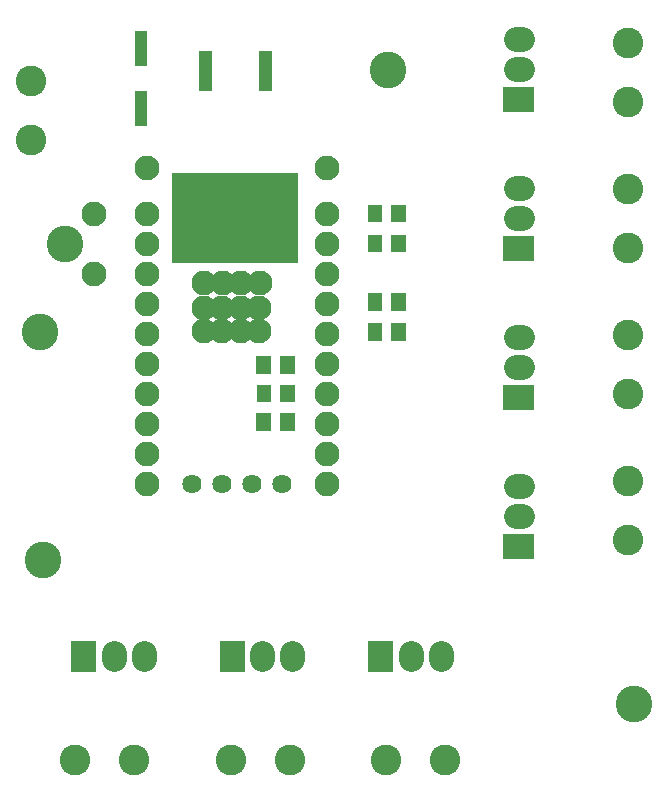
<source format=gbs>
G04 Layer: BottomSolderMaskLayer*
G04 EasyEDA v6.5.9, 2022-12-22 19:00:11*
G04 6f40e2f5e4d2417a89e148ba27438c90,5dd06754fdd742daa6fe38bf62b7df6b,10*
G04 Gerber Generator version 0.2*
G04 Scale: 100 percent, Rotated: No, Reflected: No *
G04 Dimensions in millimeters *
G04 leading zeros omitted , absolute positions ,4 integer and 5 decimal *
%FSLAX45Y45*%
%MOMM*%

%ADD10C,2.1016*%
%ADD11C,2.6016*%
%ADD12C,3.1016*%
%ADD13C,1.6256*%

%LPD*%
D10*
X5450806Y7217841D02*
G01*
X5500809Y7217841D01*
X5450806Y6963841D02*
G01*
X5500809Y6963841D01*
X5450806Y5956300D02*
G01*
X5500809Y5956300D01*
X5450806Y5702300D02*
G01*
X5500809Y5702300D01*
X5450806Y4694758D02*
G01*
X5500809Y4694758D01*
X5450806Y4440758D02*
G01*
X5500809Y4440758D01*
X5450806Y3433241D02*
G01*
X5500809Y3433241D01*
X5450806Y3179241D02*
G01*
X5500809Y3179241D01*
X2300808Y2018898D02*
G01*
X2300808Y1968898D01*
X2046808Y2018898D02*
G01*
X2046808Y1968898D01*
X3558108Y2018898D02*
G01*
X3558108Y1968898D01*
X3304108Y2018898D02*
G01*
X3304108Y1968898D01*
X4815408Y2018898D02*
G01*
X4815408Y1968898D01*
X4561408Y2018898D02*
G01*
X4561408Y1968898D01*
G36*
X2225293Y6479286D02*
G01*
X2225293Y6779513D01*
X2325624Y6779513D01*
X2325624Y6479286D01*
G37*
G36*
X2225293Y6987286D02*
G01*
X2225293Y7287513D01*
X2325624Y7287513D01*
X2325624Y6987286D01*
G37*
G36*
X2767329Y6776720D02*
G01*
X2767329Y7116063D01*
X2875534Y7116063D01*
X2875534Y6776720D01*
G37*
G36*
X3275329Y6776720D02*
G01*
X3275329Y7116063D01*
X3383534Y7116063D01*
X3383534Y6776720D01*
G37*
G36*
X2542031Y5321045D02*
G01*
X2542031Y6084570D01*
X3608831Y6084570D01*
X3608831Y5321045D01*
G37*
G36*
X4396486Y5666486D02*
G01*
X4396486Y5814313D01*
X4519929Y5814313D01*
X4519929Y5666486D01*
G37*
G36*
X4196588Y5666486D02*
G01*
X4196588Y5814313D01*
X4319777Y5814313D01*
X4319777Y5666486D01*
G37*
G36*
X4396486Y5412486D02*
G01*
X4396486Y5560313D01*
X4519929Y5560313D01*
X4519929Y5412486D01*
G37*
G36*
X4196588Y5412486D02*
G01*
X4196588Y5560313D01*
X4319777Y5560313D01*
X4319777Y5412486D01*
G37*
G36*
X4396486Y4917186D02*
G01*
X4396486Y5065013D01*
X4519929Y5065013D01*
X4519929Y4917186D01*
G37*
G36*
X4196588Y4917186D02*
G01*
X4196588Y5065013D01*
X4319777Y5065013D01*
X4319777Y4917186D01*
G37*
G36*
X4396486Y4663186D02*
G01*
X4396486Y4811013D01*
X4519929Y4811013D01*
X4519929Y4663186D01*
G37*
G36*
X4196588Y4663186D02*
G01*
X4196588Y4811013D01*
X4319777Y4811013D01*
X4319777Y4663186D01*
G37*
G36*
X3254756Y4383786D02*
G01*
X3254756Y4531613D01*
X3378200Y4531613D01*
X3378200Y4383786D01*
G37*
G36*
X3454908Y4383786D02*
G01*
X3454908Y4531613D01*
X3578352Y4531613D01*
X3578352Y4383786D01*
G37*
G36*
X3256788Y4142486D02*
G01*
X3256788Y4290313D01*
X3379977Y4290313D01*
X3379977Y4142486D01*
G37*
G36*
X3456686Y4142486D02*
G01*
X3456686Y4290313D01*
X3580129Y4290313D01*
X3580129Y4142486D01*
G37*
G36*
X3254756Y3901186D02*
G01*
X3254756Y4049013D01*
X3378200Y4049013D01*
X3378200Y3901186D01*
G37*
G36*
X3454908Y3901186D02*
G01*
X3454908Y4049013D01*
X3578352Y4049013D01*
X3578352Y3901186D01*
G37*
D11*
G01*
X1348308Y6366687D03*
G01*
X1348308Y6866686D03*
G36*
X5345684Y6604762D02*
G01*
X5345684Y6815073D01*
X5605779Y6815073D01*
X5605779Y6604762D01*
G37*
G36*
X5345684Y5343144D02*
G01*
X5345684Y5553455D01*
X5605779Y5553455D01*
X5605779Y5343144D01*
G37*
G36*
X5345684Y4081526D02*
G01*
X5345684Y4291837D01*
X5605779Y4291837D01*
X5605779Y4081526D01*
G37*
G36*
X5345684Y2820162D02*
G01*
X5345684Y3030473D01*
X5605779Y3030473D01*
X5605779Y2820162D01*
G37*
G36*
X1687576Y1863852D02*
G01*
X1687576Y2123947D01*
X1897887Y2123947D01*
X1897887Y1863852D01*
G37*
G36*
X2944875Y1863852D02*
G01*
X2944875Y2123947D01*
X3155188Y2123947D01*
X3155188Y1863852D01*
G37*
G36*
X4202175Y1863852D02*
G01*
X4202175Y2123947D01*
X4412488Y2123947D01*
X4412488Y1863852D01*
G37*
D10*
G01*
X1881708Y5232400D03*
D12*
G01*
X1631721Y5486400D03*
D10*
G01*
X1881708Y5740400D03*
G01*
X3853103Y6131204D03*
G01*
X3853103Y5738190D03*
G01*
X3853103Y5484190D03*
G01*
X3853103Y5230190D03*
G01*
X3853103Y4976190D03*
G01*
X3853103Y4722190D03*
G01*
X3853103Y4468190D03*
G01*
X3853103Y4214190D03*
G01*
X3853103Y3960190D03*
G01*
X3853103Y3706190D03*
G01*
X3853103Y3452190D03*
D13*
G01*
X3472103Y3452190D03*
G01*
X3218103Y3452190D03*
G01*
X2964103Y3452190D03*
G01*
X2710103Y3452190D03*
D10*
G01*
X2329103Y3452190D03*
G01*
X2329103Y3706190D03*
G01*
X2329103Y3960190D03*
G01*
X2329103Y4214190D03*
G01*
X2329103Y4468190D03*
G01*
X2329103Y4722190D03*
G01*
X2329103Y4976190D03*
G01*
X2329103Y5230190D03*
G01*
X2329103Y5484190D03*
G01*
X2329103Y5738190D03*
G01*
X2329103Y6131204D03*
D11*
G01*
X6402908Y5448071D03*
G01*
X6402908Y5948070D03*
G01*
X6402908Y4211929D03*
G01*
X6402908Y4711928D03*
G01*
X6402908Y6684187D03*
G01*
X6402908Y7184186D03*
G01*
X6402908Y2975787D03*
G01*
X6402908Y3475786D03*
G01*
X1720595Y1117600D03*
G01*
X2220595Y1117600D03*
G01*
X3035045Y1117600D03*
G01*
X3535045Y1117600D03*
G01*
X4349495Y1117600D03*
G01*
X4849495Y1117600D03*
D12*
G01*
X1424508Y4737100D03*
G01*
X4370908Y6953250D03*
G01*
X1449908Y2806700D03*
G01*
X6453708Y1587500D03*
D10*
G01*
X2814421Y5156200D03*
G01*
X3126308Y5156200D03*
G01*
X2970377Y5156200D03*
G01*
X3282238Y5156200D03*
G01*
X2808808Y4940300D03*
G01*
X2964738Y4940300D03*
G01*
X3120669Y4940300D03*
G01*
X3276600Y4940300D03*
G01*
X2808808Y4749800D03*
G01*
X2964738Y4749800D03*
G01*
X3120669Y4749800D03*
G01*
X3276600Y4749800D03*
M02*

</source>
